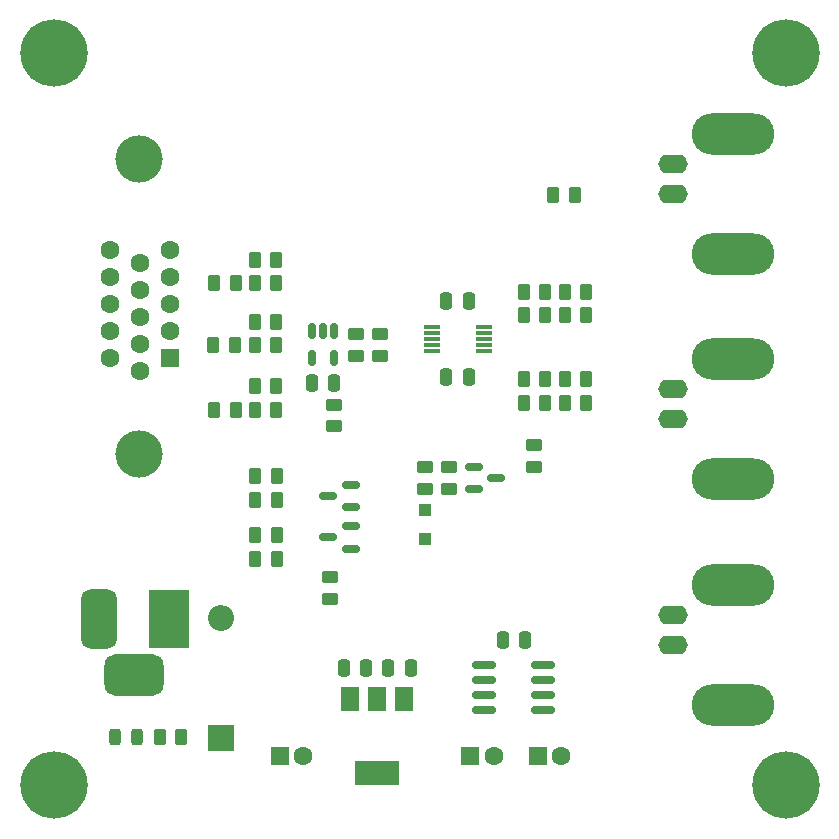
<source format=gbr>
%TF.GenerationSoftware,KiCad,Pcbnew,(6.0.7)*%
%TF.CreationDate,2022-10-07T02:42:22+02:00*%
%TF.ProjectId,RGB-YPbPr-Converter,5247422d-5950-4625-9072-2d436f6e7665,rev?*%
%TF.SameCoordinates,Original*%
%TF.FileFunction,Soldermask,Top*%
%TF.FilePolarity,Negative*%
%FSLAX46Y46*%
G04 Gerber Fmt 4.6, Leading zero omitted, Abs format (unit mm)*
G04 Created by KiCad (PCBNEW (6.0.7)) date 2022-10-07 02:42:22*
%MOMM*%
%LPD*%
G01*
G04 APERTURE LIST*
G04 Aperture macros list*
%AMRoundRect*
0 Rectangle with rounded corners*
0 $1 Rounding radius*
0 $2 $3 $4 $5 $6 $7 $8 $9 X,Y pos of 4 corners*
0 Add a 4 corners polygon primitive as box body*
4,1,4,$2,$3,$4,$5,$6,$7,$8,$9,$2,$3,0*
0 Add four circle primitives for the rounded corners*
1,1,$1+$1,$2,$3*
1,1,$1+$1,$4,$5*
1,1,$1+$1,$6,$7*
1,1,$1+$1,$8,$9*
0 Add four rect primitives between the rounded corners*
20,1,$1+$1,$2,$3,$4,$5,0*
20,1,$1+$1,$4,$5,$6,$7,0*
20,1,$1+$1,$6,$7,$8,$9,0*
20,1,$1+$1,$8,$9,$2,$3,0*%
G04 Aperture macros list end*
%ADD10RoundRect,0.250000X0.262500X0.450000X-0.262500X0.450000X-0.262500X-0.450000X0.262500X-0.450000X0*%
%ADD11RoundRect,0.250000X-0.262500X-0.450000X0.262500X-0.450000X0.262500X0.450000X-0.262500X0.450000X0*%
%ADD12R,1.600000X1.600000*%
%ADD13C,1.600000*%
%ADD14RoundRect,0.250000X0.250000X0.475000X-0.250000X0.475000X-0.250000X-0.475000X0.250000X-0.475000X0*%
%ADD15RoundRect,0.150000X-0.825000X-0.150000X0.825000X-0.150000X0.825000X0.150000X-0.825000X0.150000X0*%
%ADD16R,1.000000X1.000000*%
%ADD17RoundRect,0.250000X0.450000X-0.262500X0.450000X0.262500X-0.450000X0.262500X-0.450000X-0.262500X0*%
%ADD18RoundRect,0.250000X-0.450000X0.262500X-0.450000X-0.262500X0.450000X-0.262500X0.450000X0.262500X0*%
%ADD19R,1.400000X0.300000*%
%ADD20O,2.500000X1.600000*%
%ADD21O,7.000000X3.500000*%
%ADD22R,3.800000X2.000000*%
%ADD23R,1.500000X2.000000*%
%ADD24RoundRect,0.150000X-0.587500X-0.150000X0.587500X-0.150000X0.587500X0.150000X-0.587500X0.150000X0*%
%ADD25RoundRect,0.150000X0.587500X0.150000X-0.587500X0.150000X-0.587500X-0.150000X0.587500X-0.150000X0*%
%ADD26C,5.700000*%
%ADD27C,4.000000*%
%ADD28RoundRect,0.250000X-0.250000X-0.475000X0.250000X-0.475000X0.250000X0.475000X-0.250000X0.475000X0*%
%ADD29R,2.200000X2.200000*%
%ADD30O,2.200000X2.200000*%
%ADD31RoundRect,0.150000X-0.150000X0.512500X-0.150000X-0.512500X0.150000X-0.512500X0.150000X0.512500X0*%
%ADD32RoundRect,0.243750X-0.243750X-0.456250X0.243750X-0.456250X0.243750X0.456250X-0.243750X0.456250X0*%
%ADD33R,3.500000X5.000000*%
%ADD34RoundRect,0.750000X-0.750000X-1.750000X0.750000X-1.750000X0.750000X1.750000X-0.750000X1.750000X0*%
%ADD35RoundRect,0.875000X-1.625000X-0.875000X1.625000X-0.875000X1.625000X0.875000X-1.625000X0.875000X0*%
G04 APERTURE END LIST*
D10*
%TO.C,R30*%
X145612500Y-133600000D03*
X143787500Y-133600000D03*
%TD*%
%TO.C,R28*%
X145612500Y-124200000D03*
X143787500Y-124200000D03*
%TD*%
D11*
%TO.C,R26*%
X147287500Y-131600000D03*
X149112500Y-131600000D03*
%TD*%
%TO.C,R25*%
X147287500Y-126200000D03*
X149112500Y-126200000D03*
%TD*%
%TO.C,R14*%
X121037500Y-123500000D03*
X122862500Y-123500000D03*
%TD*%
%TO.C,R13*%
X121037500Y-128750000D03*
X122862500Y-128750000D03*
%TD*%
%TO.C,R12*%
X121037500Y-134221951D03*
X122862500Y-134221951D03*
%TD*%
D12*
%TO.C,C1*%
X123144888Y-163500000D03*
D13*
X125144888Y-163500000D03*
%TD*%
D14*
%TO.C,C2*%
X130442267Y-156100000D03*
X128542267Y-156100000D03*
%TD*%
D12*
%TO.C,C6*%
X139284430Y-163500000D03*
D13*
X141284430Y-163500000D03*
%TD*%
D14*
%TO.C,C8*%
X139150000Y-125000000D03*
X137250000Y-125000000D03*
%TD*%
D15*
%TO.C,U2*%
X140464541Y-155795000D03*
X140464541Y-157065000D03*
X140464541Y-158335000D03*
X140464541Y-159605000D03*
X145414541Y-159605000D03*
X145414541Y-158335000D03*
X145414541Y-157065000D03*
X145414541Y-155795000D03*
%TD*%
D16*
%TO.C,D2*%
X135400000Y-145150000D03*
X135400000Y-142650000D03*
%TD*%
D17*
%TO.C,R20*%
X144700000Y-139012500D03*
X144700000Y-137187500D03*
%TD*%
D18*
%TO.C,R18*%
X127700000Y-133787500D03*
X127700000Y-135612500D03*
%TD*%
D19*
%TO.C,U4*%
X140400000Y-127200000D03*
X140400000Y-127700000D03*
X140400000Y-128200000D03*
X140400000Y-128700000D03*
X140400000Y-129200000D03*
X136000000Y-129200000D03*
X136000000Y-128700000D03*
X136000000Y-128200000D03*
X136000000Y-127700000D03*
X136000000Y-127200000D03*
%TD*%
D17*
%TO.C,R15*%
X135400000Y-140912500D03*
X135400000Y-139087500D03*
%TD*%
D11*
%TO.C,R10*%
X117520195Y-128750000D03*
X119345195Y-128750000D03*
%TD*%
%TO.C,R4*%
X122912500Y-144797257D03*
X121087500Y-144797257D03*
%TD*%
%TO.C,R9*%
X119412500Y-134221951D03*
X117587500Y-134221951D03*
%TD*%
D20*
%TO.C,J3*%
X156410997Y-135000000D03*
X156410997Y-132460000D03*
D21*
X161490997Y-140080000D03*
X161490997Y-129920000D03*
%TD*%
D18*
%TO.C,R17*%
X137500000Y-139087500D03*
X137500000Y-140912500D03*
%TD*%
D20*
%TO.C,J5*%
X156410997Y-154080000D03*
D21*
X161490997Y-159160000D03*
D20*
X156410997Y-151540000D03*
D21*
X161490997Y-149000000D03*
%TD*%
D18*
%TO.C,R16*%
X131600000Y-127787500D03*
X131600000Y-129612500D03*
%TD*%
D22*
%TO.C,U1*%
X131392267Y-164950000D03*
D23*
X129092267Y-158650000D03*
X131392267Y-158650000D03*
X133692267Y-158650000D03*
%TD*%
D11*
%TO.C,R23*%
X143787500Y-131600000D03*
X145612500Y-131600000D03*
%TD*%
%TO.C,R7*%
X122856250Y-132228201D03*
X121031250Y-132228201D03*
%TD*%
D24*
%TO.C,Q3*%
X139562500Y-139050000D03*
X139562500Y-140950000D03*
X141437500Y-140000000D03*
%TD*%
D11*
%TO.C,R22*%
X146287500Y-116000000D03*
X148112500Y-116000000D03*
%TD*%
D14*
%TO.C,C9*%
X137250000Y-131400000D03*
X139150000Y-131400000D03*
%TD*%
D11*
%TO.C,R24*%
X112987500Y-161900000D03*
X114812500Y-161900000D03*
%TD*%
D25*
%TO.C,Q2*%
X129137500Y-142450000D03*
X129137500Y-140550000D03*
X127262500Y-141500000D03*
%TD*%
D11*
%TO.C,R5*%
X121087500Y-141800000D03*
X122912500Y-141800000D03*
%TD*%
D26*
%TO.C,H2*%
X166000000Y-104000000D03*
%TD*%
D27*
%TO.C,J2*%
X111245331Y-112985000D03*
X111245331Y-137985000D03*
D12*
X113855331Y-129800000D03*
D13*
X113855331Y-127510000D03*
X113855331Y-125220000D03*
X113855331Y-122930000D03*
X113855331Y-120640000D03*
X111315331Y-130945000D03*
X111315331Y-128655000D03*
X111315331Y-126365000D03*
X111315331Y-124075000D03*
X111315331Y-121785000D03*
X108775331Y-129800000D03*
X108775331Y-127510000D03*
X108775331Y-125220000D03*
X108775331Y-122930000D03*
X108775331Y-120640000D03*
%TD*%
D26*
%TO.C,H1*%
X104000000Y-104000000D03*
%TD*%
D10*
%TO.C,R27*%
X147287500Y-124200000D03*
X149112500Y-124200000D03*
%TD*%
D28*
%TO.C,C3*%
X134242267Y-156100000D03*
X132342267Y-156100000D03*
%TD*%
D10*
%TO.C,R29*%
X149112500Y-133600000D03*
X147287500Y-133600000D03*
%TD*%
D29*
%TO.C,D1*%
X118200000Y-161980000D03*
D30*
X118200000Y-151820000D03*
%TD*%
D31*
%TO.C,U3*%
X127750000Y-127562500D03*
X126800000Y-127562500D03*
X125850000Y-127562500D03*
X125850000Y-129837500D03*
X127750000Y-129837500D03*
%TD*%
D11*
%TO.C,R2*%
X122912500Y-139800000D03*
X121087500Y-139800000D03*
%TD*%
D17*
%TO.C,R19*%
X129600000Y-129612500D03*
X129600000Y-127787500D03*
%TD*%
D11*
%TO.C,R11*%
X117587500Y-123502003D03*
X119412500Y-123502003D03*
%TD*%
%TO.C,R6*%
X122856250Y-126756250D03*
X121031250Y-126756250D03*
%TD*%
D32*
%TO.C,D3*%
X109162500Y-161900000D03*
X111037500Y-161900000D03*
%TD*%
D25*
%TO.C,Q1*%
X127262500Y-145000000D03*
X129137500Y-144050000D03*
X129137500Y-145950000D03*
%TD*%
D11*
%TO.C,R21*%
X145612500Y-126200000D03*
X143787500Y-126200000D03*
%TD*%
D14*
%TO.C,C5*%
X125850000Y-131937500D03*
X127750000Y-131937500D03*
%TD*%
D26*
%TO.C,H4*%
X166000000Y-166000000D03*
%TD*%
D11*
%TO.C,R3*%
X121031250Y-121506250D03*
X122856250Y-121506250D03*
%TD*%
D26*
%TO.C,H3*%
X104000000Y-166000000D03*
%TD*%
D33*
%TO.C,J1*%
X113800000Y-151940691D03*
D34*
X107800000Y-151940691D03*
D35*
X110800000Y-156640691D03*
%TD*%
D11*
%TO.C,R1*%
X121087500Y-146850000D03*
X122912500Y-146850000D03*
%TD*%
D17*
%TO.C,R8*%
X127400000Y-148387500D03*
X127400000Y-150212500D03*
%TD*%
D20*
%TO.C,J4*%
X156410997Y-115950000D03*
D21*
X161490997Y-110870000D03*
X161490997Y-121030000D03*
D20*
X156410997Y-113410000D03*
%TD*%
D14*
%TO.C,C4*%
X142034429Y-153700000D03*
X143934429Y-153700000D03*
%TD*%
D13*
%TO.C,C7*%
X146984429Y-163500000D03*
D12*
X144984429Y-163500000D03*
%TD*%
M02*

</source>
